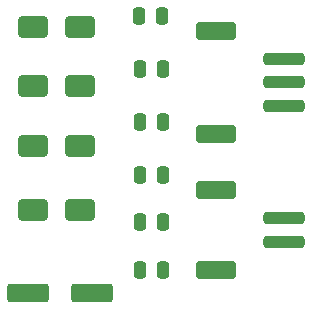
<source format=gbr>
%TF.GenerationSoftware,KiCad,Pcbnew,9.0.6*%
%TF.CreationDate,2025-12-25T16:33:08+05:30*%
%TF.ProjectId,GitHub2,47697448-7562-4322-9e6b-696361645f70,rev?*%
%TF.SameCoordinates,Original*%
%TF.FileFunction,Soldermask,Bot*%
%TF.FilePolarity,Negative*%
%FSLAX46Y46*%
G04 Gerber Fmt 4.6, Leading zero omitted, Abs format (unit mm)*
G04 Created by KiCad (PCBNEW 9.0.6) date 2025-12-25 16:33:08*
%MOMM*%
%LPD*%
G01*
G04 APERTURE LIST*
G04 Aperture macros list*
%AMRoundRect*
0 Rectangle with rounded corners*
0 $1 Rounding radius*
0 $2 $3 $4 $5 $6 $7 $8 $9 X,Y pos of 4 corners*
0 Add a 4 corners polygon primitive as box body*
4,1,4,$2,$3,$4,$5,$6,$7,$8,$9,$2,$3,0*
0 Add four circle primitives for the rounded corners*
1,1,$1+$1,$2,$3*
1,1,$1+$1,$4,$5*
1,1,$1+$1,$6,$7*
1,1,$1+$1,$8,$9*
0 Add four rect primitives between the rounded corners*
20,1,$1+$1,$2,$3,$4,$5,0*
20,1,$1+$1,$4,$5,$6,$7,0*
20,1,$1+$1,$6,$7,$8,$9,0*
20,1,$1+$1,$8,$9,$2,$3,0*%
G04 Aperture macros list end*
%ADD10RoundRect,0.250000X0.250000X0.475000X-0.250000X0.475000X-0.250000X-0.475000X0.250000X-0.475000X0*%
%ADD11RoundRect,0.250000X1.500000X-0.250000X1.500000X0.250000X-1.500000X0.250000X-1.500000X-0.250000X0*%
%ADD12RoundRect,0.250001X1.449999X-0.499999X1.449999X0.499999X-1.449999X0.499999X-1.449999X-0.499999X0*%
%ADD13RoundRect,0.250000X1.000000X0.650000X-1.000000X0.650000X-1.000000X-0.650000X1.000000X-0.650000X0*%
%ADD14RoundRect,0.250000X1.500000X0.550000X-1.500000X0.550000X-1.500000X-0.550000X1.500000X-0.550000X0*%
G04 APERTURE END LIST*
D10*
%TO.C,C12*%
X27500000Y-35500000D03*
X25600000Y-35500000D03*
%TD*%
D11*
%TO.C,J2*%
X37750000Y-33150000D03*
X37750000Y-31150000D03*
D12*
X32000000Y-35500000D03*
X32000000Y-28800000D03*
%TD*%
D13*
%TO.C,D4*%
X20500000Y-30500000D03*
X16500000Y-30500000D03*
%TD*%
D10*
%TO.C,C6*%
X27500000Y-23000000D03*
X25600000Y-23000000D03*
%TD*%
D14*
%TO.C,C9*%
X21500000Y-37500000D03*
X16100000Y-37500000D03*
%TD*%
D10*
%TO.C,C10*%
X27500000Y-27500000D03*
X25600000Y-27500000D03*
%TD*%
%TO.C,C11*%
X27500000Y-31500000D03*
X25600000Y-31500000D03*
%TD*%
%TO.C,C5*%
X27500000Y-18500000D03*
X25600000Y-18500000D03*
%TD*%
%TO.C,C4*%
X27400000Y-14000000D03*
X25500000Y-14000000D03*
%TD*%
D13*
%TO.C,D3*%
X20500000Y-25000000D03*
X16500000Y-25000000D03*
%TD*%
%TO.C,D1*%
X20500000Y-15000000D03*
X16500000Y-15000000D03*
%TD*%
%TO.C,D2*%
X20500000Y-20000000D03*
X16500000Y-20000000D03*
%TD*%
D11*
%TO.C,J3*%
X37750000Y-21650000D03*
X37750000Y-19650000D03*
X37750000Y-17650000D03*
D12*
X32000000Y-24000000D03*
X32000000Y-15300000D03*
%TD*%
M02*

</source>
